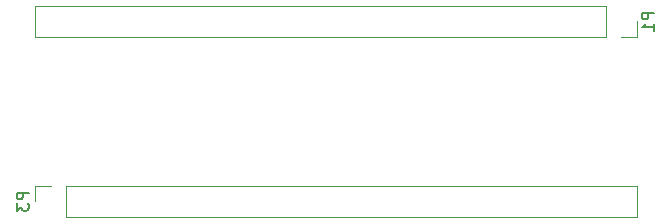
<source format=gbo>
G04 #@! TF.FileFunction,Legend,Bot*
%FSLAX46Y46*%
G04 Gerber Fmt 4.6, Leading zero omitted, Abs format (unit mm)*
G04 Created by KiCad (PCBNEW 4.0.7-e2-6376~60~ubuntu17.10.1) date Sun May  6 20:40:39 2018*
%MOMM*%
%LPD*%
G01*
G04 APERTURE LIST*
%ADD10C,0.100000*%
%ADD11C,0.120000*%
%ADD12C,0.150000*%
G04 APERTURE END LIST*
D10*
D11*
X129480000Y-115630000D02*
X129480000Y-112970000D01*
X177800000Y-115630000D02*
X129480000Y-115630000D01*
X177800000Y-112970000D02*
X129480000Y-112970000D01*
X177800000Y-115630000D02*
X177800000Y-112970000D01*
X179070000Y-115630000D02*
X180400000Y-115630000D01*
X180400000Y-115630000D02*
X180400000Y-114300000D01*
X180400000Y-128210000D02*
X180400000Y-130870000D01*
X132080000Y-128210000D02*
X180400000Y-128210000D01*
X132080000Y-130870000D02*
X180400000Y-130870000D01*
X132080000Y-128210000D02*
X132080000Y-130870000D01*
X130810000Y-128210000D02*
X129480000Y-128210000D01*
X129480000Y-128210000D02*
X129480000Y-129540000D01*
D12*
X181852381Y-113561905D02*
X180852381Y-113561905D01*
X180852381Y-113942858D01*
X180900000Y-114038096D01*
X180947619Y-114085715D01*
X181042857Y-114133334D01*
X181185714Y-114133334D01*
X181280952Y-114085715D01*
X181328571Y-114038096D01*
X181376190Y-113942858D01*
X181376190Y-113561905D01*
X181852381Y-115085715D02*
X181852381Y-114514286D01*
X181852381Y-114800000D02*
X180852381Y-114800000D01*
X180995238Y-114704762D01*
X181090476Y-114609524D01*
X181138095Y-114514286D01*
X128932381Y-128801905D02*
X127932381Y-128801905D01*
X127932381Y-129182858D01*
X127980000Y-129278096D01*
X128027619Y-129325715D01*
X128122857Y-129373334D01*
X128265714Y-129373334D01*
X128360952Y-129325715D01*
X128408571Y-129278096D01*
X128456190Y-129182858D01*
X128456190Y-128801905D01*
X127932381Y-129706667D02*
X127932381Y-130325715D01*
X128313333Y-129992381D01*
X128313333Y-130135239D01*
X128360952Y-130230477D01*
X128408571Y-130278096D01*
X128503810Y-130325715D01*
X128741905Y-130325715D01*
X128837143Y-130278096D01*
X128884762Y-130230477D01*
X128932381Y-130135239D01*
X128932381Y-129849524D01*
X128884762Y-129754286D01*
X128837143Y-129706667D01*
M02*

</source>
